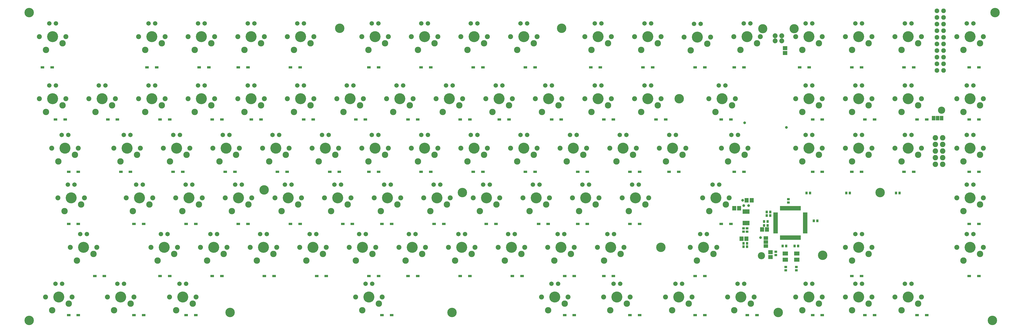
<source format=gbs>
G75*
%MOIN*%
%OFA0B0*%
%FSLAX25Y25*%
%IPPOS*%
%LPD*%
%AMOC8*
5,1,8,0,0,1.08239X$1,22.5*
%
%ADD10C,0.14186*%
%ADD11C,0.07400*%
%ADD12C,0.13800*%
%ADD13C,0.16548*%
%ADD14C,0.07493*%
%ADD15C,0.09658*%
%ADD16C,0.06737*%
%ADD17R,0.05524X0.03556*%
%ADD18R,0.07099X0.01981*%
%ADD19R,0.01981X0.07099*%
%ADD20R,0.03556X0.04343*%
%ADD21R,0.05918X0.06706*%
%ADD22R,0.04343X0.03556*%
%ADD23R,0.06706X0.05918*%
%ADD24R,0.07100X0.05400*%
%ADD25C,0.10800*%
%ADD26OC8,0.06800*%
%ADD27R,0.08280X0.06312*%
%ADD28C,0.08200*%
%ADD29R,0.05400X0.07100*%
%ADD30R,0.02572X0.06509*%
%ADD31C,0.04100*%
D10*
X0013111Y0013111D03*
X0316261Y0024922D03*
X0650906Y0024922D03*
X0965867Y0123347D03*
X1209961Y0111536D03*
X1143032Y0024922D03*
X1465867Y0013111D03*
X1296576Y0206024D03*
X0993426Y0347757D03*
X0816261Y0454056D03*
X0481615Y0454056D03*
X0013111Y0477678D03*
X0367442Y0209961D03*
X0666654Y0206024D03*
X1469804Y0477678D03*
D11*
X1148221Y0442800D03*
X1138379Y0442800D03*
X1138379Y0435000D03*
X1148221Y0435000D03*
D12*
X1167000Y0453500D03*
X1119600Y0453500D03*
D13*
X1095788Y0441261D03*
X1020985Y0440867D03*
X0946182Y0441261D03*
X0871379Y0441261D03*
X0759174Y0441261D03*
X0684371Y0441261D03*
X0609568Y0441261D03*
X0534765Y0441261D03*
X0422560Y0441261D03*
X0347757Y0441261D03*
X0272954Y0441261D03*
X0198150Y0441261D03*
X0048544Y0441261D03*
X0048544Y0347757D03*
X0123347Y0347757D03*
X0198150Y0347757D03*
X0272954Y0347757D03*
X0347757Y0347757D03*
X0422560Y0347757D03*
X0497363Y0347757D03*
X0572166Y0347757D03*
X0646969Y0347757D03*
X0721772Y0347757D03*
X0796576Y0347757D03*
X0871379Y0347757D03*
X0946182Y0347757D03*
X1058387Y0347757D03*
X1189292Y0347757D03*
X1264095Y0347757D03*
X1338898Y0347757D03*
X1432402Y0347757D03*
X1432402Y0272954D03*
X1338898Y0272954D03*
X1264095Y0272954D03*
X1189292Y0272954D03*
X1077087Y0272954D03*
X0983583Y0272954D03*
X0908780Y0272954D03*
X0833977Y0272954D03*
X0759174Y0272954D03*
X0684371Y0272954D03*
X0609568Y0272954D03*
X0534765Y0272954D03*
X0459961Y0272954D03*
X0385158Y0272954D03*
X0310355Y0272954D03*
X0235552Y0272954D03*
X0160749Y0272954D03*
X0067245Y0272954D03*
X0076595Y0198150D03*
X0179450Y0198150D03*
X0254253Y0198150D03*
X0329056Y0198150D03*
X0403859Y0198150D03*
X0478662Y0198150D03*
X0553465Y0198150D03*
X0628269Y0198150D03*
X0703072Y0198150D03*
X0777875Y0198150D03*
X0852678Y0198150D03*
X0927481Y0198150D03*
X1049036Y0198150D03*
X1030335Y0123347D03*
X0890080Y0123347D03*
X0815276Y0123347D03*
X0740473Y0123347D03*
X0665670Y0123347D03*
X0590867Y0123347D03*
X0516064Y0123347D03*
X0441261Y0123347D03*
X0366457Y0123347D03*
X0291654Y0123347D03*
X0216851Y0123347D03*
X0095296Y0123347D03*
X0057894Y0048544D03*
X0151398Y0048544D03*
X0244902Y0048544D03*
X0525414Y0048544D03*
X0805926Y0048544D03*
X0899430Y0048544D03*
X0992934Y0048544D03*
X1086438Y0048544D03*
X1189292Y0048544D03*
X1264095Y0048544D03*
X1338898Y0048544D03*
X1264095Y0123347D03*
X1432402Y0123347D03*
X1432402Y0198150D03*
X1432402Y0441261D03*
X1338898Y0441261D03*
X1264095Y0441261D03*
X1189292Y0441261D03*
D14*
X1209292Y0441261D03*
X1244095Y0441261D03*
X1284095Y0441261D03*
X1318898Y0441261D03*
X1358898Y0441261D03*
X1412402Y0441261D03*
X1452402Y0441261D03*
X1452402Y0347757D03*
X1412402Y0347757D03*
X1358898Y0347757D03*
X1318898Y0347757D03*
X1284095Y0347757D03*
X1244095Y0347757D03*
X1209292Y0347757D03*
X1169292Y0347757D03*
X1078387Y0347757D03*
X1038387Y0347757D03*
X0966182Y0347757D03*
X0926182Y0347757D03*
X0891379Y0347757D03*
X0851379Y0347757D03*
X0816576Y0347757D03*
X0776576Y0347757D03*
X0741772Y0347757D03*
X0701772Y0347757D03*
X0666969Y0347757D03*
X0626969Y0347757D03*
X0592166Y0347757D03*
X0552166Y0347757D03*
X0517363Y0347757D03*
X0477363Y0347757D03*
X0442560Y0347757D03*
X0402560Y0347757D03*
X0367757Y0347757D03*
X0327757Y0347757D03*
X0292954Y0347757D03*
X0252954Y0347757D03*
X0218150Y0347757D03*
X0178150Y0347757D03*
X0143347Y0347757D03*
X0103347Y0347757D03*
X0068544Y0347757D03*
X0028544Y0347757D03*
X0047245Y0272954D03*
X0087245Y0272954D03*
X0140749Y0272954D03*
X0180749Y0272954D03*
X0215552Y0272954D03*
X0255552Y0272954D03*
X0290355Y0272954D03*
X0330355Y0272954D03*
X0365158Y0272954D03*
X0405158Y0272954D03*
X0439961Y0272954D03*
X0479961Y0272954D03*
X0514765Y0272954D03*
X0554765Y0272954D03*
X0589568Y0272954D03*
X0629568Y0272954D03*
X0664371Y0272954D03*
X0704371Y0272954D03*
X0739174Y0272954D03*
X0779174Y0272954D03*
X0813977Y0272954D03*
X0853977Y0272954D03*
X0888780Y0272954D03*
X0928780Y0272954D03*
X0963583Y0272954D03*
X1003583Y0272954D03*
X1057087Y0272954D03*
X1097087Y0272954D03*
X1169292Y0272954D03*
X1209292Y0272954D03*
X1244095Y0272954D03*
X1284095Y0272954D03*
X1318898Y0272954D03*
X1358898Y0272954D03*
X1412402Y0272954D03*
X1452402Y0272954D03*
X1452402Y0198150D03*
X1412402Y0198150D03*
X1412402Y0123347D03*
X1452402Y0123347D03*
X1284095Y0123347D03*
X1244095Y0123347D03*
X1050335Y0123347D03*
X1010335Y0123347D03*
X0910080Y0123347D03*
X0870080Y0123347D03*
X0835276Y0123347D03*
X0795276Y0123347D03*
X0760473Y0123347D03*
X0720473Y0123347D03*
X0685670Y0123347D03*
X0645670Y0123347D03*
X0610867Y0123347D03*
X0570867Y0123347D03*
X0536064Y0123347D03*
X0496064Y0123347D03*
X0461261Y0123347D03*
X0421261Y0123347D03*
X0386457Y0123347D03*
X0346457Y0123347D03*
X0311654Y0123347D03*
X0271654Y0123347D03*
X0236851Y0123347D03*
X0196851Y0123347D03*
X0115296Y0123347D03*
X0075296Y0123347D03*
X0077894Y0048544D03*
X0037894Y0048544D03*
X0131398Y0048544D03*
X0171398Y0048544D03*
X0224902Y0048544D03*
X0264902Y0048544D03*
X0505414Y0048544D03*
X0545414Y0048544D03*
X0785926Y0048544D03*
X0825926Y0048544D03*
X0879430Y0048544D03*
X0919430Y0048544D03*
X0972934Y0048544D03*
X1012934Y0048544D03*
X1066438Y0048544D03*
X1106438Y0048544D03*
X1169292Y0048544D03*
X1209292Y0048544D03*
X1244095Y0048544D03*
X1284095Y0048544D03*
X1318898Y0048544D03*
X1358898Y0048544D03*
X1069036Y0198150D03*
X1029036Y0198150D03*
X0947481Y0198150D03*
X0907481Y0198150D03*
X0872678Y0198150D03*
X0832678Y0198150D03*
X0797875Y0198150D03*
X0757875Y0198150D03*
X0723072Y0198150D03*
X0683072Y0198150D03*
X0648269Y0198150D03*
X0608269Y0198150D03*
X0573465Y0198150D03*
X0533465Y0198150D03*
X0498662Y0198150D03*
X0458662Y0198150D03*
X0423859Y0198150D03*
X0383859Y0198150D03*
X0349056Y0198150D03*
X0309056Y0198150D03*
X0274253Y0198150D03*
X0234253Y0198150D03*
X0199450Y0198150D03*
X0159450Y0198150D03*
X0096595Y0198150D03*
X0056595Y0198150D03*
X0068544Y0441261D03*
X0028544Y0441261D03*
X0178150Y0441261D03*
X0218150Y0441261D03*
X0252954Y0441261D03*
X0292954Y0441261D03*
X0327757Y0441261D03*
X0367757Y0441261D03*
X0402560Y0441261D03*
X0442560Y0441261D03*
X0514765Y0441261D03*
X0554765Y0441261D03*
X0589568Y0441261D03*
X0629568Y0441261D03*
X0664371Y0441261D03*
X0704371Y0441261D03*
X0739174Y0441261D03*
X0779174Y0441261D03*
X0851379Y0441261D03*
X0891379Y0441261D03*
X0926182Y0441261D03*
X0966182Y0441261D03*
X1000985Y0440867D03*
X1040985Y0440867D03*
X1075788Y0441261D03*
X1115788Y0441261D03*
X1169292Y0441261D03*
D15*
X1179292Y0421261D03*
X1204292Y0431261D03*
X1254095Y0421261D03*
X1279095Y0431261D03*
X1328898Y0421261D03*
X1353898Y0431261D03*
X1422402Y0421261D03*
X1447402Y0431261D03*
X1447402Y0337757D03*
X1422402Y0327757D03*
X1353898Y0337757D03*
X1328898Y0327757D03*
X1279095Y0337757D03*
X1254095Y0327757D03*
X1204292Y0337757D03*
X1179292Y0327757D03*
X1073387Y0337757D03*
X1048387Y0327757D03*
X0961182Y0337757D03*
X0936182Y0327757D03*
X0886379Y0337757D03*
X0861379Y0327757D03*
X0811576Y0337757D03*
X0786576Y0327757D03*
X0736772Y0337757D03*
X0711772Y0327757D03*
X0661969Y0337757D03*
X0636969Y0327757D03*
X0587166Y0337757D03*
X0562166Y0327757D03*
X0512363Y0337757D03*
X0487363Y0327757D03*
X0437560Y0337757D03*
X0412560Y0327757D03*
X0362757Y0337757D03*
X0337757Y0327757D03*
X0287954Y0337757D03*
X0262954Y0327757D03*
X0213150Y0337757D03*
X0188150Y0327757D03*
X0138347Y0337757D03*
X0113347Y0327757D03*
X0063544Y0337757D03*
X0038544Y0327757D03*
X0082245Y0262954D03*
X0057245Y0252954D03*
X0150749Y0252954D03*
X0175749Y0262954D03*
X0225552Y0252954D03*
X0250552Y0262954D03*
X0300355Y0252954D03*
X0325355Y0262954D03*
X0375158Y0252954D03*
X0400158Y0262954D03*
X0449961Y0252954D03*
X0474961Y0262954D03*
X0524765Y0252954D03*
X0549765Y0262954D03*
X0599568Y0252954D03*
X0624568Y0262954D03*
X0674371Y0252954D03*
X0699371Y0262954D03*
X0749174Y0252954D03*
X0774174Y0262954D03*
X0823977Y0252954D03*
X0848977Y0262954D03*
X0898780Y0252954D03*
X0923780Y0262954D03*
X0973583Y0252954D03*
X0998583Y0262954D03*
X1067087Y0252954D03*
X1092087Y0262954D03*
X1179292Y0252954D03*
X1204292Y0262954D03*
X1254095Y0252954D03*
X1279095Y0262954D03*
X1328898Y0252954D03*
X1353898Y0262954D03*
X1422402Y0252954D03*
X1447402Y0262954D03*
X1447402Y0188150D03*
X1422402Y0178150D03*
X1447402Y0113347D03*
X1422402Y0103347D03*
X1279095Y0113347D03*
X1254095Y0103347D03*
X1279095Y0038544D03*
X1254095Y0028544D03*
X1204292Y0038544D03*
X1179292Y0028544D03*
X1101438Y0038544D03*
X1076438Y0028544D03*
X1007934Y0038544D03*
X0982934Y0028544D03*
X0914430Y0038544D03*
X0889430Y0028544D03*
X0820926Y0038544D03*
X0795926Y0028544D03*
X0805276Y0103347D03*
X0830276Y0113347D03*
X0880080Y0103347D03*
X0905080Y0113347D03*
X1020335Y0103347D03*
X1045335Y0113347D03*
X1039036Y0178150D03*
X1064036Y0188150D03*
X0942481Y0188150D03*
X0917481Y0178150D03*
X0867678Y0188150D03*
X0842678Y0178150D03*
X0792875Y0188150D03*
X0767875Y0178150D03*
X0718072Y0188150D03*
X0693072Y0178150D03*
X0643269Y0188150D03*
X0618269Y0178150D03*
X0568465Y0188150D03*
X0543465Y0178150D03*
X0493662Y0188150D03*
X0468662Y0178150D03*
X0418859Y0188150D03*
X0393859Y0178150D03*
X0344056Y0188150D03*
X0319056Y0178150D03*
X0269253Y0188150D03*
X0244253Y0178150D03*
X0194450Y0188150D03*
X0169450Y0178150D03*
X0091595Y0188150D03*
X0066595Y0178150D03*
X0110296Y0113347D03*
X0085296Y0103347D03*
X0206851Y0103347D03*
X0231851Y0113347D03*
X0281654Y0103347D03*
X0306654Y0113347D03*
X0356457Y0103347D03*
X0381457Y0113347D03*
X0431261Y0103347D03*
X0456261Y0113347D03*
X0506064Y0103347D03*
X0531064Y0113347D03*
X0580867Y0103347D03*
X0605867Y0113347D03*
X0655670Y0103347D03*
X0680670Y0113347D03*
X0730473Y0103347D03*
X0755473Y0113347D03*
X0540414Y0038544D03*
X0515414Y0028544D03*
X0259902Y0038544D03*
X0234902Y0028544D03*
X0166398Y0038544D03*
X0141398Y0028544D03*
X0072894Y0038544D03*
X0047894Y0028544D03*
X0038544Y0421261D03*
X0063544Y0431261D03*
X0188150Y0421261D03*
X0213150Y0431261D03*
X0262954Y0421261D03*
X0287954Y0431261D03*
X0337757Y0421261D03*
X0362757Y0431261D03*
X0412560Y0421261D03*
X0437560Y0431261D03*
X0524765Y0421261D03*
X0549765Y0431261D03*
X0599568Y0421261D03*
X0624568Y0431261D03*
X0674371Y0421261D03*
X0699371Y0431261D03*
X0749174Y0421261D03*
X0774174Y0431261D03*
X0861379Y0421261D03*
X0886379Y0431261D03*
X0936182Y0421261D03*
X0961182Y0431261D03*
X1010985Y0420867D03*
X1035985Y0430867D03*
X1085788Y0421261D03*
X1110788Y0431261D03*
X1353898Y0038544D03*
X1328898Y0028544D03*
D16*
X1333898Y0068544D03*
X1343898Y0068544D03*
X1269095Y0068544D03*
X1259095Y0068544D03*
X1194292Y0068544D03*
X1184292Y0068544D03*
X1091438Y0068544D03*
X1081438Y0068544D03*
X0997934Y0068544D03*
X0987934Y0068544D03*
X0904430Y0068544D03*
X0894430Y0068544D03*
X0810926Y0068544D03*
X0800926Y0068544D03*
X0810276Y0143347D03*
X0820276Y0143347D03*
X0885080Y0143347D03*
X0895080Y0143347D03*
X1025335Y0143347D03*
X1035335Y0143347D03*
X1044036Y0218150D03*
X1054036Y0218150D03*
X0932481Y0218150D03*
X0922481Y0218150D03*
X0857678Y0218150D03*
X0847678Y0218150D03*
X0782875Y0218150D03*
X0772875Y0218150D03*
X0708072Y0218150D03*
X0698072Y0218150D03*
X0633269Y0218150D03*
X0623269Y0218150D03*
X0558465Y0218150D03*
X0548465Y0218150D03*
X0483662Y0218150D03*
X0473662Y0218150D03*
X0408859Y0218150D03*
X0398859Y0218150D03*
X0334056Y0218150D03*
X0324056Y0218150D03*
X0259253Y0218150D03*
X0249253Y0218150D03*
X0184450Y0218150D03*
X0174450Y0218150D03*
X0081595Y0218150D03*
X0071595Y0218150D03*
X0090296Y0143347D03*
X0100296Y0143347D03*
X0211851Y0143347D03*
X0221851Y0143347D03*
X0286654Y0143347D03*
X0296654Y0143347D03*
X0361457Y0143347D03*
X0371457Y0143347D03*
X0436261Y0143347D03*
X0446261Y0143347D03*
X0511064Y0143347D03*
X0521064Y0143347D03*
X0585867Y0143347D03*
X0595867Y0143347D03*
X0660670Y0143347D03*
X0670670Y0143347D03*
X0735473Y0143347D03*
X0745473Y0143347D03*
X0530414Y0068544D03*
X0520414Y0068544D03*
X0249902Y0068544D03*
X0239902Y0068544D03*
X0156398Y0068544D03*
X0146398Y0068544D03*
X0062894Y0068544D03*
X0052894Y0068544D03*
X0062245Y0292954D03*
X0072245Y0292954D03*
X0155749Y0292954D03*
X0165749Y0292954D03*
X0230552Y0292954D03*
X0240552Y0292954D03*
X0305355Y0292954D03*
X0315355Y0292954D03*
X0380158Y0292954D03*
X0390158Y0292954D03*
X0454961Y0292954D03*
X0464961Y0292954D03*
X0529765Y0292954D03*
X0539765Y0292954D03*
X0604568Y0292954D03*
X0614568Y0292954D03*
X0679371Y0292954D03*
X0689371Y0292954D03*
X0754174Y0292954D03*
X0764174Y0292954D03*
X0828977Y0292954D03*
X0838977Y0292954D03*
X0903780Y0292954D03*
X0913780Y0292954D03*
X0978583Y0292954D03*
X0988583Y0292954D03*
X1072087Y0292954D03*
X1082087Y0292954D03*
X1184292Y0292954D03*
X1194292Y0292954D03*
X1259095Y0292954D03*
X1269095Y0292954D03*
X1333898Y0292954D03*
X1343898Y0292954D03*
X1427402Y0292954D03*
X1437402Y0292954D03*
X1437402Y0367757D03*
X1427402Y0367757D03*
X1343898Y0367757D03*
X1333898Y0367757D03*
X1269095Y0367757D03*
X1259095Y0367757D03*
X1194292Y0367757D03*
X1184292Y0367757D03*
X1063387Y0367757D03*
X1053387Y0367757D03*
X0951182Y0367757D03*
X0941182Y0367757D03*
X0876379Y0367757D03*
X0866379Y0367757D03*
X0801576Y0367757D03*
X0791576Y0367757D03*
X0726772Y0367757D03*
X0716772Y0367757D03*
X0651969Y0367757D03*
X0641969Y0367757D03*
X0577166Y0367757D03*
X0567166Y0367757D03*
X0502363Y0367757D03*
X0492363Y0367757D03*
X0427560Y0367757D03*
X0417560Y0367757D03*
X0352757Y0367757D03*
X0342757Y0367757D03*
X0277954Y0367757D03*
X0267954Y0367757D03*
X0203150Y0367757D03*
X0193150Y0367757D03*
X0128347Y0367757D03*
X0118347Y0367757D03*
X0053544Y0367757D03*
X0043544Y0367757D03*
X0043544Y0461261D03*
X0053544Y0461261D03*
X0193150Y0461261D03*
X0203150Y0461261D03*
X0267954Y0461261D03*
X0277954Y0461261D03*
X0342757Y0461261D03*
X0352757Y0461261D03*
X0417560Y0461261D03*
X0427560Y0461261D03*
X0529765Y0461261D03*
X0539765Y0461261D03*
X0604568Y0461261D03*
X0614568Y0461261D03*
X0679371Y0461261D03*
X0689371Y0461261D03*
X0754174Y0461261D03*
X0764174Y0461261D03*
X0866379Y0461261D03*
X0876379Y0461261D03*
X0941182Y0461261D03*
X0951182Y0461261D03*
X1015985Y0460867D03*
X1025985Y0460867D03*
X1090788Y0461261D03*
X1100788Y0461261D03*
X1184292Y0461261D03*
X1194292Y0461261D03*
X1259095Y0461261D03*
X1269095Y0461261D03*
X1333898Y0461261D03*
X1343898Y0461261D03*
X1427402Y0461261D03*
X1437402Y0461261D03*
X1437402Y0218150D03*
X1427402Y0218150D03*
X1427402Y0143347D03*
X1437402Y0143347D03*
X1269095Y0143347D03*
X1259095Y0143347D03*
D17*
X1431024Y0158780D03*
X1445591Y0158780D03*
X1445591Y0237520D03*
X1431024Y0237520D03*
X1347166Y0237520D03*
X1332599Y0237520D03*
X1268426Y0237520D03*
X1253859Y0237520D03*
X1209371Y0237520D03*
X1194804Y0237520D03*
X1091261Y0237520D03*
X1076694Y0237520D03*
X0992835Y0237520D03*
X0978269Y0237520D03*
X0933780Y0237520D03*
X0919213Y0237520D03*
X0855040Y0237520D03*
X0840473Y0237520D03*
X0776300Y0237520D03*
X0761733Y0237520D03*
X0697560Y0237520D03*
X0682993Y0237520D03*
X0618820Y0237520D03*
X0604253Y0237520D03*
X0540080Y0237520D03*
X0525513Y0237520D03*
X0481024Y0237520D03*
X0466457Y0237520D03*
X0402284Y0237520D03*
X0387717Y0237520D03*
X0323544Y0237520D03*
X0308977Y0237520D03*
X0244804Y0237520D03*
X0230237Y0237520D03*
X0166064Y0237520D03*
X0151497Y0237520D03*
X0087324Y0237520D03*
X0072757Y0237520D03*
X0072757Y0158780D03*
X0087324Y0158780D03*
X0171182Y0158780D03*
X0185749Y0158780D03*
X0249922Y0158780D03*
X0264489Y0158780D03*
X0328662Y0158780D03*
X0343229Y0158780D03*
X0407402Y0158780D03*
X0421969Y0158780D03*
X0486143Y0158780D03*
X0500709Y0158780D03*
X0545198Y0158780D03*
X0559765Y0158780D03*
X0623938Y0158780D03*
X0638505Y0158780D03*
X0702678Y0158780D03*
X0717245Y0158780D03*
X0781418Y0158780D03*
X0795985Y0158780D03*
X0840473Y0158780D03*
X0855040Y0158780D03*
X0919213Y0158780D03*
X0933780Y0158780D03*
X1057009Y0158780D03*
X1071576Y0158780D03*
X1032206Y0080040D03*
X1017639Y0080040D03*
X0894410Y0080040D03*
X0879843Y0080040D03*
X0835355Y0080040D03*
X0820788Y0080040D03*
X0756615Y0080040D03*
X0742048Y0080040D03*
X0677875Y0080040D03*
X0663308Y0080040D03*
X0599135Y0080040D03*
X0584568Y0080040D03*
X0540080Y0080040D03*
X0525513Y0080040D03*
X0461339Y0080040D03*
X0446772Y0080040D03*
X0382599Y0080040D03*
X0368032Y0080040D03*
X0303859Y0080040D03*
X0289292Y0080040D03*
X0225119Y0080040D03*
X0210552Y0080040D03*
X0126694Y0080040D03*
X0112127Y0080040D03*
X0087324Y0020985D03*
X0072757Y0020985D03*
X0171182Y0020985D03*
X0185749Y0020985D03*
X0249922Y0020985D03*
X0264489Y0020985D03*
X0545198Y0020985D03*
X0559765Y0020985D03*
X0820788Y0020985D03*
X0835355Y0020985D03*
X0919213Y0020985D03*
X0933780Y0020985D03*
X1017639Y0020985D03*
X1032206Y0020985D03*
X1096379Y0020985D03*
X1110946Y0020985D03*
X1194804Y0020985D03*
X1209371Y0020985D03*
X1273544Y0020985D03*
X1288111Y0020985D03*
X1352284Y0020985D03*
X1366851Y0020985D03*
X1431024Y0080040D03*
X1445591Y0080040D03*
X1268426Y0080040D03*
X1253859Y0080040D03*
X1273544Y0316261D03*
X1288111Y0316261D03*
X1352284Y0316261D03*
X1366851Y0316261D03*
X1431024Y0316261D03*
X1445591Y0316261D03*
X1445591Y0395001D03*
X1431024Y0395001D03*
X1347166Y0395001D03*
X1332599Y0395001D03*
X1268426Y0395001D03*
X1253859Y0395001D03*
X1189686Y0395001D03*
X1175119Y0395001D03*
X1091261Y0395001D03*
X1076694Y0395001D03*
X1032206Y0395001D03*
X1017639Y0395001D03*
X0953465Y0395001D03*
X0938898Y0395001D03*
X0874725Y0395001D03*
X0860158Y0395001D03*
X0776300Y0395001D03*
X0761733Y0395001D03*
X0697560Y0395001D03*
X0682993Y0395001D03*
X0618820Y0395001D03*
X0604253Y0395001D03*
X0540080Y0395001D03*
X0525513Y0395001D03*
X0421969Y0395001D03*
X0407402Y0395001D03*
X0343229Y0395001D03*
X0328662Y0395001D03*
X0284174Y0395001D03*
X0269607Y0395001D03*
X0205434Y0395001D03*
X0190867Y0395001D03*
X0047954Y0395001D03*
X0033387Y0395001D03*
X0053072Y0316261D03*
X0067639Y0316261D03*
X0131812Y0316261D03*
X0146379Y0316261D03*
X0210552Y0316261D03*
X0225119Y0316261D03*
X0289292Y0316261D03*
X0303859Y0316261D03*
X0348347Y0316261D03*
X0362914Y0316261D03*
X0427087Y0316261D03*
X0441654Y0316261D03*
X0505828Y0316261D03*
X0520394Y0316261D03*
X0584568Y0316261D03*
X0599135Y0316261D03*
X0663308Y0316261D03*
X0677875Y0316261D03*
X0722363Y0316261D03*
X0736930Y0316261D03*
X0801103Y0316261D03*
X0815670Y0316261D03*
X0879843Y0316261D03*
X0894410Y0316261D03*
X0958583Y0316261D03*
X0973150Y0316261D03*
X1057009Y0316261D03*
X1071576Y0316261D03*
X1194804Y0316261D03*
X1209371Y0316261D03*
D18*
X1183544Y0175064D03*
X1183544Y0173095D03*
X1183544Y0171127D03*
X1183544Y0169158D03*
X1183544Y0167190D03*
X1183544Y0165221D03*
X1183544Y0163253D03*
X1183544Y0161284D03*
X1183544Y0159316D03*
X1183544Y0157347D03*
X1183544Y0155379D03*
X1183544Y0153410D03*
X1183544Y0151442D03*
X1183544Y0149473D03*
X1183544Y0147505D03*
X1183544Y0145536D03*
X1139056Y0145536D03*
X1139056Y0147505D03*
X1139056Y0149473D03*
X1139056Y0151442D03*
X1139056Y0153410D03*
X1139056Y0155379D03*
X1139056Y0157347D03*
X1139056Y0159316D03*
X1139056Y0161284D03*
X1139056Y0163253D03*
X1139056Y0165221D03*
X1139056Y0167190D03*
X1139056Y0169158D03*
X1139056Y0171127D03*
X1139056Y0173095D03*
X1139056Y0175064D03*
D19*
X1146536Y0182544D03*
X1148505Y0182544D03*
X1150473Y0182544D03*
X1152442Y0182544D03*
X1154410Y0182544D03*
X1156379Y0182544D03*
X1158347Y0182544D03*
X1160316Y0182544D03*
X1162284Y0182544D03*
X1164253Y0182544D03*
X1166221Y0182544D03*
X1168190Y0182544D03*
X1170158Y0182544D03*
X1172127Y0182544D03*
X1174095Y0182544D03*
X1176064Y0182544D03*
X1176064Y0138056D03*
X1174095Y0138056D03*
X1172127Y0138056D03*
X1170158Y0138056D03*
X1168190Y0138056D03*
X1166221Y0138056D03*
X1164253Y0138056D03*
X1162284Y0138056D03*
X1160316Y0138056D03*
X1158347Y0138056D03*
X1156379Y0138056D03*
X1154410Y0138056D03*
X1152442Y0138056D03*
X1150473Y0138056D03*
X1148505Y0138056D03*
X1146536Y0138056D03*
D20*
X1149741Y0125300D03*
X1154859Y0125300D03*
X1167741Y0125300D03*
X1172859Y0125300D03*
X1095859Y0124300D03*
X1095859Y0129300D03*
X1090741Y0129300D03*
X1090741Y0124300D03*
X1121741Y0156300D03*
X1126859Y0156300D03*
X1126859Y0162300D03*
X1121741Y0162300D03*
X1125741Y0171300D03*
X1130859Y0171300D03*
X1130859Y0176800D03*
X1125741Y0176800D03*
X1185741Y0205300D03*
X1190859Y0205300D03*
X1245741Y0205300D03*
X1250859Y0205300D03*
X1320741Y0205300D03*
X1325859Y0205300D03*
X1201859Y0163300D03*
X1196741Y0163300D03*
D21*
X1126040Y0150300D03*
X1118560Y0150300D03*
X1095040Y0136300D03*
X1087560Y0136300D03*
X1084040Y0182300D03*
X1076560Y0182300D03*
X1095310Y0194300D03*
X1102790Y0194300D03*
D22*
X1158300Y0196109D03*
X1158300Y0190991D03*
X1095800Y0152109D03*
X1095800Y0146991D03*
X1090550Y0146991D03*
X1090550Y0152109D03*
X1139300Y0116859D03*
X1139300Y0111741D03*
X1154300Y0093859D03*
X1154300Y0088741D03*
X1170300Y0088741D03*
X1170300Y0093859D03*
D23*
X1131300Y0108560D03*
X1131300Y0116040D03*
X1153300Y0416560D03*
X1153300Y0424040D03*
D24*
X1124300Y0137300D03*
X1124300Y0131300D03*
X1124300Y0125300D03*
D25*
X1117550Y0110800D03*
X1389300Y0330300D03*
D26*
X1392300Y0390300D03*
X1382300Y0390300D03*
X1382300Y0400300D03*
X1392300Y0400300D03*
X1392300Y0410300D03*
X1392300Y0420300D03*
X1382300Y0420300D03*
X1382300Y0410300D03*
X1382300Y0430300D03*
X1392300Y0430300D03*
X1392300Y0440300D03*
X1382300Y0440300D03*
X1382300Y0450300D03*
X1392300Y0450300D03*
X1392300Y0460300D03*
X1382300Y0460300D03*
X1382300Y0470300D03*
X1382300Y0480300D03*
X1392300Y0480300D03*
X1392300Y0470300D03*
D27*
X1170961Y0114024D03*
X1170961Y0104576D03*
X1153639Y0104576D03*
X1153639Y0114024D03*
D28*
X1379800Y0248800D03*
X1390800Y0248800D03*
X1390800Y0258800D03*
X1379800Y0258800D03*
X1379800Y0268800D03*
X1390800Y0268800D03*
X1390800Y0278800D03*
X1390800Y0288800D03*
X1379800Y0288800D03*
X1379800Y0278800D03*
D29*
X1377300Y0318300D03*
X1383300Y0318300D03*
X1389300Y0318300D03*
D30*
X1098389Y0177461D03*
X1095830Y0177461D03*
X1093270Y0177461D03*
X1090711Y0177461D03*
X1090711Y0160139D03*
X1093270Y0160139D03*
X1095830Y0160139D03*
X1098389Y0160139D03*
D31*
X1116405Y0138195D03*
X1098300Y0186300D03*
X1090800Y0186300D03*
X1089300Y0194300D03*
X1155300Y0304300D03*
X1092300Y0311300D03*
M02*

</source>
